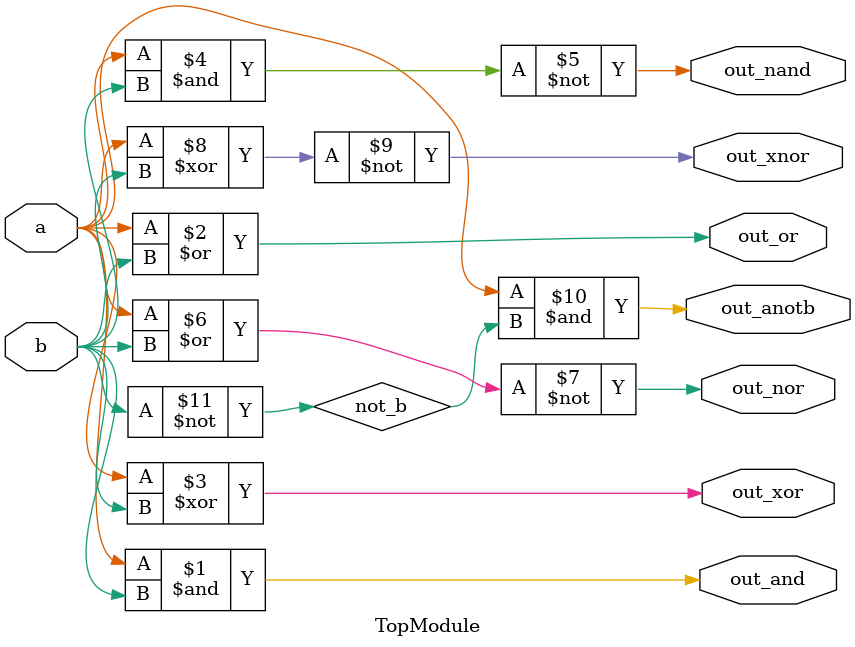
<source format=sv>

module TopModule (
    input  wire a,
    input  wire b,
    output wire out_and,
    output wire out_or,
    output wire out_xor,
    output wire out_nand,
    output wire out_nor,
    output wire out_xnor,
    output wire out_anotb
);

    // 1) a AND b
    and  g_and  (out_and,  a, b);

    // 2) a OR  b
    or   g_or   (out_or,   a, b);

    // 3) a XOR b
    xor  g_xor  (out_xor,  a, b);

    // 4) a NAND b
    nand g_nand (out_nand, a, b);

    // 5) a NOR  b
    nor  g_nor  (out_nor,  a, b);

    // 6) a XNOR b
    xnor g_xnor (out_xnor, a, b);

    // 7) a AND (NOT b)
    //    First invert b, then AND with a
    wire not_b;
    not  g_notb (not_b, b);
    and  g_anotb(out_anotb, a, not_b);

endmodule

// VERILOG-EVAL: errant inclusion of module definition

</source>
